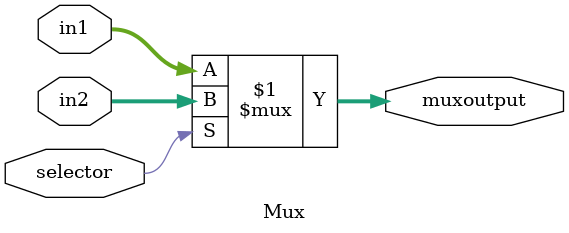
<source format=v>
`timescale 1ns / 1ps

module Mux
( 
    //mux takes in 3 inputs and return 1 outputs 
    input   [4:0]   in1, 
    input   [4:0]   in2,
    input           selector,
    output  [4:0]   muxoutput
);
    assign muxoutput   = selector? in2 : in1; //if the selector is true pick in1 else in2
   
endmodule

</source>
